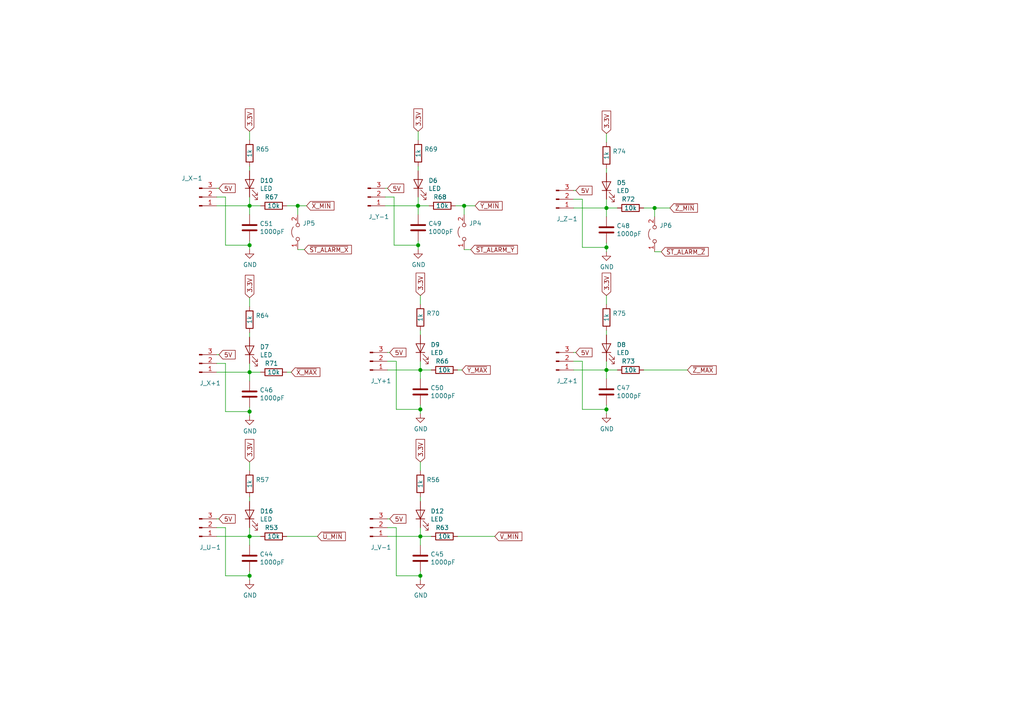
<source format=kicad_sch>
(kicad_sch (version 20210126) (generator eeschema)
  (paper "A4")
  (lib_symbols
    (symbol "Connector:Conn_01x03_Male" (pin_names hide)
      (property "Reference" "J" (at 0 5.08 0))
      (property "Value" "Conn_01x03_Male" (at 0 -5.08 0))
      (symbol "Conn_01x03_Male_1_1"
        (rectangle (start 0.8636 -2.413) (end 0 -2.667) (fill (type outline)))
        (rectangle (start 0.8636 0.127) (end 0 -0.127) (fill (type outline)))
        (rectangle (start 0.8636 2.667) (end 0 2.413) (fill (type outline)))
        (polyline (pts (xy 1.27 -2.54) (xy 0.8636 -2.54)))
        (polyline (pts (xy 1.27 0) (xy 0.8636 0)))
        (polyline (pts (xy 1.27 2.54) (xy 0.8636 2.54)))
        (pin passive line (at 5.08 2.54 180) (length 3.81) (name "Pin_1") (number "1"))
        (pin passive line (at 5.08 0 180) (length 3.81) (name "Pin_2") (number "2"))
        (pin passive line (at 5.08 -2.54 180) (length 3.81) (name "Pin_3") (number "3"))
      )
    )
    (symbol "Device:C" (pin_numbers hide) (pin_names (offset 0.254))
      (property "Reference" "C" (at 0.635 2.54 0))
      (property "Value" "C" (at 0.635 -2.54 0))
      (symbol "C_0_1"
        (polyline (pts (xy -2.032 -0.762) (xy 2.032 -0.762)) (stroke (width 0.508)))
        (polyline (pts (xy -2.032 0.762) (xy 2.032 0.762)) (stroke (width 0.508)))
      )
      (symbol "C_1_1"
        (pin passive line (at 0 3.81 270) (length 2.794) (name "~") (number "1"))
        (pin passive line (at 0 -3.81 90) (length 2.794) (name "~") (number "2"))
      )
    )
    (symbol "Device:LED" (pin_numbers hide) (pin_names hide)
      (property "Reference" "D" (at 0 2.54 0))
      (property "Value" "LED" (at 0 -2.54 0))
      (symbol "LED_0_1"
        (polyline (pts (xy -1.27 -1.27) (xy -1.27 1.27)) (stroke (width 0.2032)))
        (polyline (pts (xy -1.27 0) (xy 1.27 0)))
        (polyline (pts (xy 1.27 -1.27) (xy 1.27 1.27) (xy -1.27 0) (xy 1.27 -1.27)) (stroke (width 0.2032)))
        (polyline (pts (xy -3.048 -0.762) (xy -4.572 -2.286) (xy -3.81 -2.286) (xy -4.572 -2.286) (xy -4.572 -1.524)))
        (polyline (pts (xy -1.778 -0.762) (xy -3.302 -2.286) (xy -2.54 -2.286) (xy -3.302 -2.286) (xy -3.302 -1.524)))
      )
      (symbol "LED_1_1"
        (pin passive line (at -3.81 0 0) (length 2.54) (name "K") (number "1"))
        (pin passive line (at 3.81 0 180) (length 2.54) (name "A") (number "2"))
      )
    )
    (symbol "Device:R" (pin_numbers hide) (pin_names (offset 0))
      (property "Reference" "R" (at 2.032 0 90))
      (property "Value" "R" (at 0 0 90))
      (symbol "R_0_1"
        (rectangle (start -1.016 -2.54) (end 1.016 2.54) (stroke (width 0.254)))
      )
      (symbol "R_1_1"
        (pin passive line (at 0 3.81 270) (length 1.27) (name "~") (number "1"))
        (pin passive line (at 0 -3.81 90) (length 1.27) (name "~") (number "2"))
      )
    )
    (symbol "Jumper:Jumper_2_Open" (pin_names (offset 0) hide)
      (property "Reference" "JP" (at 0 2.794 0))
      (property "Value" "Jumper_2_Open" (at 0 -2.286 0))
      (symbol "Jumper_2_Open_0_0"
        (circle (center -2.032 0) (radius 0.508))
        (circle (center 2.032 0) (radius 0.508))
      )
      (symbol "Jumper_2_Open_0_1"
        (arc (start -1.524 1.27) (end 1.524 1.27) (radius (at 0 -0.762) (length 2.54) (angles 126.9 53.1)))
      )
      (symbol "Jumper_2_Open_1_1"
        (pin passive line (at -5.08 0 0) (length 2.54) (name "A") (number "1"))
        (pin passive line (at 5.08 0 180) (length 2.54) (name "B") (number "2"))
      )
    )
    (symbol "power:GND" (power) (pin_names (offset 0))
      (property "Value" "GND" (at 0 -3.81 0))
      (symbol "GND_0_1"
        (polyline (pts (xy 0 0) (xy 0 -1.27) (xy 1.27 -1.27) (xy 0 -2.54) (xy -1.27 -1.27) (xy 0 -1.27)))
      )
      (symbol "GND_1_1"
        (pin power_in line (at 0 0 270) (length 0) hide (name "GND") (number "1"))
      )
    )
  )
  (junction (at 72.39 59.69) (diameter 1.016))
  (junction (at 72.39 71.12) (diameter 1.016))
  (junction (at 72.39 107.95) (diameter 1.016))
  (junction (at 72.39 119.38) (diameter 1.016))
  (junction (at 72.39 155.575) (diameter 1.016))
  (junction (at 72.39 167.005) (diameter 1.016))
  (junction (at 86.36 59.69) (diameter 1.016))
  (junction (at 121.285 59.69) (diameter 1.016))
  (junction (at 121.285 71.12) (diameter 1.016))
  (junction (at 121.92 107.315) (diameter 1.016))
  (junction (at 121.92 118.745) (diameter 1.016))
  (junction (at 121.92 155.575) (diameter 1.016))
  (junction (at 121.92 167.005) (diameter 1.016))
  (junction (at 134.62 59.69) (diameter 1.016))
  (junction (at 175.895 60.325) (diameter 1.016))
  (junction (at 175.895 71.755) (diameter 1.016))
  (junction (at 175.895 107.315) (diameter 1.016))
  (junction (at 175.895 118.745) (diameter 1.016))
  (junction (at 189.865 60.325) (diameter 1.016))
  (wire (pts (xy 62.865 57.15) (xy 65.405 57.15)))
  (wire (pts (xy 62.865 59.69) (xy 72.39 59.69)))
  (wire (pts (xy 62.865 105.41) (xy 65.405 105.41)))
  (wire (pts (xy 62.865 107.95) (xy 72.39 107.95)))
  (wire (pts (xy 62.865 153.035) (xy 65.405 153.035)))
  (wire (pts (xy 62.865 155.575) (xy 72.39 155.575)))
  (wire (pts (xy 63.5 54.61) (xy 62.865 54.61)))
  (wire (pts (xy 63.5 102.87) (xy 62.865 102.87)))
  (wire (pts (xy 63.5 150.495) (xy 62.865 150.495)))
  (wire (pts (xy 65.405 57.15) (xy 65.405 71.12)))
  (wire (pts (xy 65.405 71.12) (xy 72.39 71.12)))
  (wire (pts (xy 65.405 105.41) (xy 65.405 119.38)))
  (wire (pts (xy 65.405 119.38) (xy 72.39 119.38)))
  (wire (pts (xy 65.405 153.035) (xy 65.405 167.005)))
  (wire (pts (xy 65.405 167.005) (xy 72.39 167.005)))
  (wire (pts (xy 72.39 40.64) (xy 72.39 38.1)))
  (wire (pts (xy 72.39 48.26) (xy 72.39 49.53)))
  (wire (pts (xy 72.39 57.15) (xy 72.39 59.69)))
  (wire (pts (xy 72.39 62.23) (xy 72.39 59.69)))
  (wire (pts (xy 72.39 71.12) (xy 72.39 69.85)))
  (wire (pts (xy 72.39 72.39) (xy 72.39 71.12)))
  (wire (pts (xy 72.39 88.9) (xy 72.39 86.36)))
  (wire (pts (xy 72.39 96.52) (xy 72.39 97.79)))
  (wire (pts (xy 72.39 105.41) (xy 72.39 107.95)))
  (wire (pts (xy 72.39 110.49) (xy 72.39 107.95)))
  (wire (pts (xy 72.39 119.38) (xy 72.39 118.11)))
  (wire (pts (xy 72.39 120.65) (xy 72.39 119.38)))
  (wire (pts (xy 72.39 136.525) (xy 72.39 133.985)))
  (wire (pts (xy 72.39 144.145) (xy 72.39 145.415)))
  (wire (pts (xy 72.39 153.035) (xy 72.39 155.575)))
  (wire (pts (xy 72.39 158.115) (xy 72.39 155.575)))
  (wire (pts (xy 72.39 167.005) (xy 72.39 165.735)))
  (wire (pts (xy 72.39 168.275) (xy 72.39 167.005)))
  (wire (pts (xy 75.565 59.69) (xy 72.39 59.69)))
  (wire (pts (xy 75.565 107.95) (xy 72.39 107.95)))
  (wire (pts (xy 75.565 155.575) (xy 72.39 155.575)))
  (wire (pts (xy 83.185 59.69) (xy 86.36 59.69)))
  (wire (pts (xy 83.185 107.95) (xy 84.455 107.95)))
  (wire (pts (xy 83.185 155.575) (xy 92.075 155.575)))
  (wire (pts (xy 86.36 59.69) (xy 88.9 59.69)))
  (wire (pts (xy 86.36 62.23) (xy 86.36 59.69)))
  (wire (pts (xy 88.265 72.39) (xy 86.36 72.39)))
  (wire (pts (xy 111.76 57.15) (xy 114.3 57.15)))
  (wire (pts (xy 111.76 59.69) (xy 121.285 59.69)))
  (wire (pts (xy 112.395 54.61) (xy 111.76 54.61)))
  (wire (pts (xy 112.395 104.775) (xy 114.935 104.775)))
  (wire (pts (xy 112.395 107.315) (xy 121.92 107.315)))
  (wire (pts (xy 112.395 153.035) (xy 114.935 153.035)))
  (wire (pts (xy 112.395 155.575) (xy 121.92 155.575)))
  (wire (pts (xy 113.03 102.235) (xy 112.395 102.235)))
  (wire (pts (xy 113.03 150.495) (xy 112.395 150.495)))
  (wire (pts (xy 114.3 57.15) (xy 114.3 71.12)))
  (wire (pts (xy 114.3 71.12) (xy 121.285 71.12)))
  (wire (pts (xy 114.935 104.775) (xy 114.935 118.745)))
  (wire (pts (xy 114.935 118.745) (xy 121.92 118.745)))
  (wire (pts (xy 114.935 153.035) (xy 114.935 167.005)))
  (wire (pts (xy 114.935 167.005) (xy 121.92 167.005)))
  (wire (pts (xy 121.285 40.64) (xy 121.285 38.1)))
  (wire (pts (xy 121.285 48.26) (xy 121.285 49.53)))
  (wire (pts (xy 121.285 57.15) (xy 121.285 59.69)))
  (wire (pts (xy 121.285 62.23) (xy 121.285 59.69)))
  (wire (pts (xy 121.285 71.12) (xy 121.285 69.85)))
  (wire (pts (xy 121.285 72.39) (xy 121.285 71.12)))
  (wire (pts (xy 121.92 88.265) (xy 121.92 85.725)))
  (wire (pts (xy 121.92 95.885) (xy 121.92 97.155)))
  (wire (pts (xy 121.92 104.775) (xy 121.92 107.315)))
  (wire (pts (xy 121.92 109.855) (xy 121.92 107.315)))
  (wire (pts (xy 121.92 118.745) (xy 121.92 117.475)))
  (wire (pts (xy 121.92 120.015) (xy 121.92 118.745)))
  (wire (pts (xy 121.92 136.525) (xy 121.92 133.985)))
  (wire (pts (xy 121.92 144.145) (xy 121.92 145.415)))
  (wire (pts (xy 121.92 153.035) (xy 121.92 155.575)))
  (wire (pts (xy 121.92 158.115) (xy 121.92 155.575)))
  (wire (pts (xy 121.92 167.005) (xy 121.92 165.735)))
  (wire (pts (xy 121.92 168.275) (xy 121.92 167.005)))
  (wire (pts (xy 124.46 59.69) (xy 121.285 59.69)))
  (wire (pts (xy 125.095 107.315) (xy 121.92 107.315)))
  (wire (pts (xy 125.095 155.575) (xy 121.92 155.575)))
  (wire (pts (xy 132.08 59.69) (xy 134.62 59.69)))
  (wire (pts (xy 132.715 107.315) (xy 133.985 107.315)))
  (wire (pts (xy 132.715 155.575) (xy 143.51 155.575)))
  (wire (pts (xy 134.62 59.69) (xy 137.795 59.69)))
  (wire (pts (xy 134.62 62.23) (xy 134.62 59.69)))
  (wire (pts (xy 136.525 72.39) (xy 134.62 72.39)))
  (wire (pts (xy 166.37 57.785) (xy 168.91 57.785)))
  (wire (pts (xy 166.37 60.325) (xy 175.895 60.325)))
  (wire (pts (xy 166.37 104.775) (xy 168.91 104.775)))
  (wire (pts (xy 166.37 107.315) (xy 175.895 107.315)))
  (wire (pts (xy 167.005 55.245) (xy 166.37 55.245)))
  (wire (pts (xy 167.005 102.235) (xy 166.37 102.235)))
  (wire (pts (xy 168.91 57.785) (xy 168.91 71.755)))
  (wire (pts (xy 168.91 71.755) (xy 175.895 71.755)))
  (wire (pts (xy 168.91 104.775) (xy 168.91 118.745)))
  (wire (pts (xy 168.91 118.745) (xy 175.895 118.745)))
  (wire (pts (xy 175.895 41.275) (xy 175.895 38.735)))
  (wire (pts (xy 175.895 48.895) (xy 175.895 50.165)))
  (wire (pts (xy 175.895 57.785) (xy 175.895 60.325)))
  (wire (pts (xy 175.895 62.865) (xy 175.895 60.325)))
  (wire (pts (xy 175.895 71.755) (xy 175.895 70.485)))
  (wire (pts (xy 175.895 73.025) (xy 175.895 71.755)))
  (wire (pts (xy 175.895 88.265) (xy 175.895 85.725)))
  (wire (pts (xy 175.895 95.885) (xy 175.895 97.155)))
  (wire (pts (xy 175.895 104.775) (xy 175.895 107.315)))
  (wire (pts (xy 175.895 109.855) (xy 175.895 107.315)))
  (wire (pts (xy 175.895 118.745) (xy 175.895 117.475)))
  (wire (pts (xy 175.895 120.015) (xy 175.895 118.745)))
  (wire (pts (xy 179.07 60.325) (xy 175.895 60.325)))
  (wire (pts (xy 179.07 107.315) (xy 175.895 107.315)))
  (wire (pts (xy 186.69 60.325) (xy 189.865 60.325)))
  (wire (pts (xy 186.69 107.315) (xy 199.39 107.315)))
  (wire (pts (xy 189.865 60.325) (xy 194.31 60.325)))
  (wire (pts (xy 189.865 62.865) (xy 189.865 60.325)))
  (wire (pts (xy 191.77 73.025) (xy 189.865 73.025)))
  (global_label "5V" (shape input) (at 63.5 54.61 0) (property "Intersheet References" "${INTERSHEET_REFS}" (effects hide)))
  (global_label "5V" (shape input) (at 63.5 102.87 0) (property "Intersheet References" "${INTERSHEET_REFS}" (effects hide)))
  (global_label "5V" (shape input) (at 63.5 150.495 0) (property "Intersheet References" "${INTERSHEET_REFS}" (effects hide)))
  (global_label "3.3V" (shape input) (at 72.39 38.1 90) (property "Intersheet References" "${INTERSHEET_REFS}" (effects hide)))
  (global_label "3.3V" (shape input) (at 72.39 86.36 90) (property "Intersheet References" "${INTERSHEET_REFS}" (effects hide)))
  (global_label "3.3V" (shape input) (at 72.39 133.985 90) (property "Intersheet References" "${INTERSHEET_REFS}" (effects hide)))
  (global_label "~X_MAX" (shape input) (at 84.455 107.95 0) (property "Intersheet References" "${INTERSHEET_REFS}" (effects hide)))
  (global_label "~ST_ALARM_X" (shape input) (at 88.265 72.39 0) (property "Intersheet References" "${INTERSHEET_REFS}" (effects hide)))
  (global_label "~X_MIN" (shape input) (at 88.9 59.69 0) (property "Intersheet References" "${INTERSHEET_REFS}" (effects hide)))
  (global_label "~U_MIN" (shape input) (at 92.075 155.575 0) (property "Intersheet References" "${INTERSHEET_REFS}" (effects hide)))
  (global_label "5V" (shape input) (at 112.395 54.61 0) (property "Intersheet References" "${INTERSHEET_REFS}" (effects hide)))
  (global_label "5V" (shape input) (at 113.03 102.235 0) (property "Intersheet References" "${INTERSHEET_REFS}" (effects hide)))
  (global_label "5V" (shape input) (at 113.03 150.495 0) (property "Intersheet References" "${INTERSHEET_REFS}" (effects hide)))
  (global_label "3.3V" (shape input) (at 121.285 38.1 90) (property "Intersheet References" "${INTERSHEET_REFS}" (effects hide)))
  (global_label "3.3V" (shape input) (at 121.92 85.725 90) (property "Intersheet References" "${INTERSHEET_REFS}" (effects hide)))
  (global_label "3.3V" (shape input) (at 121.92 133.985 90) (property "Intersheet References" "${INTERSHEET_REFS}" (effects hide)))
  (global_label "~Y_MAX" (shape input) (at 133.985 107.315 0) (property "Intersheet References" "${INTERSHEET_REFS}" (effects hide)))
  (global_label "~ST_ALARM_Y" (shape input) (at 136.525 72.39 0) (property "Intersheet References" "${INTERSHEET_REFS}" (effects hide)))
  (global_label "~Y_MIN" (shape input) (at 137.795 59.69 0) (property "Intersheet References" "${INTERSHEET_REFS}" (effects hide)))
  (global_label "~V_MIN" (shape input) (at 143.51 155.575 0) (property "Intersheet References" "${INTERSHEET_REFS}" (effects hide)))
  (global_label "5V" (shape input) (at 167.005 55.245 0) (property "Intersheet References" "${INTERSHEET_REFS}" (effects hide)))
  (global_label "5V" (shape input) (at 167.005 102.235 0) (property "Intersheet References" "${INTERSHEET_REFS}" (effects hide)))
  (global_label "3.3V" (shape input) (at 175.895 38.735 90) (property "Intersheet References" "${INTERSHEET_REFS}" (effects hide)))
  (global_label "3.3V" (shape input) (at 175.895 85.725 90) (property "Intersheet References" "${INTERSHEET_REFS}" (effects hide)))
  (global_label "~ST_ALARM_Z" (shape input) (at 191.77 73.025 0) (property "Intersheet References" "${INTERSHEET_REFS}" (effects hide)))
  (global_label "~Z_MIN" (shape input) (at 194.31 60.325 0) (property "Intersheet References" "${INTERSHEET_REFS}" (effects hide)))
  (global_label "~Z_MAX" (shape input) (at 199.39 107.315 0) (property "Intersheet References" "${INTERSHEET_REFS}" (effects hide)))
  (symbol (lib_id "power:GND") (at 72.39 72.39 0) (unit 1)
    (property "Reference" "#PWR031" (effects hide))
    (property "Value" "GND" (at 72.517 76.7842 0))
  )
  (symbol (lib_id "power:GND") (at 72.39 120.65 0) (unit 1)
    (property "Reference" "#PWR063" (effects hide))
    (property "Value" "GND" (at 72.517 125.0442 0))
  )
  (symbol (lib_id "power:GND") (at 72.39 168.275 0) (unit 1)
    (property "Reference" "#PWR064" (effects hide))
    (property "Value" "GND" (at 72.517 172.6692 0))
  )
  (symbol (lib_id "power:GND") (at 121.285 72.39 0) (unit 1)
    (property "Reference" "#PWR032" (effects hide))
    (property "Value" "GND" (at 121.412 76.7842 0))
  )
  (symbol (lib_id "power:GND") (at 121.92 120.015 0) (unit 1)
    (property "Reference" "#PWR034" (effects hide))
    (property "Value" "GND" (at 122.047 124.4092 0))
  )
  (symbol (lib_id "power:GND") (at 121.92 168.275 0) (unit 1)
    (property "Reference" "#PWR065" (effects hide))
    (property "Value" "GND" (at 122.047 172.6692 0))
  )
  (symbol (lib_id "power:GND") (at 175.895 73.025 0) (unit 1)
    (property "Reference" "#PWR033" (effects hide))
    (property "Value" "GND" (at 176.022 77.4192 0))
  )
  (symbol (lib_id "power:GND") (at 175.895 120.015 0) (unit 1)
    (property "Reference" "#PWR035" (effects hide))
    (property "Value" "GND" (at 176.022 124.4092 0))
  )
  (symbol (lib_id "Device:R") (at 72.39 44.45 0) (unit 1)
    (property "Reference" "R65" (at 74.168 43.2816 0) (effects (justify left)))
    (property "Value" "1k" (at 72.39 45.72 90) (effects (justify left)))
    (property "Footprint" "Resistor_SMD:R_0402_1005Metric" (effects hide))
    (property "Part #" "0402WGF1001TCE" (effects hide))
    (property "LCSC Part#" "C11702" (effects hide))
  )
  (symbol (lib_id "Device:R") (at 72.39 92.71 0) (unit 1)
    (property "Reference" "R64" (at 74.168 91.5416 0) (effects (justify left)))
    (property "Value" "1k" (at 72.39 93.98 90) (effects (justify left)))
    (property "Footprint" "Resistor_SMD:R_0402_1005Metric" (effects hide))
    (property "Part #" "0402WGF1001TCE" (effects hide))
    (property "LCSC Part#" "C11702" (effects hide))
  )
  (symbol (lib_id "Device:R") (at 72.39 140.335 0) (unit 1)
    (property "Reference" "R57" (at 74.168 139.1666 0) (effects (justify left)))
    (property "Value" "1k" (at 72.39 141.605 90) (effects (justify left)))
    (property "Footprint" "Resistor_SMD:R_0402_1005Metric" (effects hide))
    (property "Part #" "0402WGF1001TCE" (effects hide))
    (property "LCSC Part#" "C11702" (effects hide))
  )
  (symbol (lib_id "Device:R") (at 79.375 59.69 270) (unit 1)
    (property "Reference" "R67" (at 78.74 57.15 90))
    (property "Value" "10k" (at 79.375 59.69 90))
    (property "Footprint" "Resistor_SMD:R_0402_1005Metric" (effects hide))
    (property "Part #" "0402WGF1002TCE" (effects hide))
    (property "LCSC Part#" "C25744" (effects hide))
  )
  (symbol (lib_id "Device:R") (at 79.375 107.95 270) (unit 1)
    (property "Reference" "R71" (at 78.74 105.41 90))
    (property "Value" "10k" (at 79.375 107.95 90))
    (property "Footprint" "Resistor_SMD:R_0402_1005Metric" (effects hide))
    (property "Part #" "0402WGF1002TCE" (effects hide))
    (property "LCSC Part#" "C25744" (effects hide))
  )
  (symbol (lib_id "Device:R") (at 79.375 155.575 270) (unit 1)
    (property "Reference" "R53" (at 78.74 153.035 90))
    (property "Value" "10k" (at 79.375 155.575 90))
    (property "Footprint" "Resistor_SMD:R_0402_1005Metric" (effects hide))
    (property "Part #" "0402WGF1002TCE" (effects hide))
    (property "LCSC Part#" "C25744" (effects hide))
  )
  (symbol (lib_id "Device:R") (at 121.285 44.45 0) (unit 1)
    (property "Reference" "R69" (at 123.063 43.2816 0) (effects (justify left)))
    (property "Value" "1k" (at 121.285 45.72 90) (effects (justify left)))
    (property "Footprint" "Resistor_SMD:R_0402_1005Metric" (effects hide))
    (property "Part #" "0402WGF1001TCE" (effects hide))
    (property "LCSC Part#" "C11702" (effects hide))
  )
  (symbol (lib_id "Device:R") (at 121.92 92.075 0) (unit 1)
    (property "Reference" "R70" (at 123.698 90.9066 0) (effects (justify left)))
    (property "Value" "1k" (at 121.92 93.345 90) (effects (justify left)))
    (property "Footprint" "Resistor_SMD:R_0402_1005Metric" (effects hide))
    (property "Part #" "0402WGF1001TCE" (effects hide))
    (property "LCSC Part#" "C11702" (effects hide))
  )
  (symbol (lib_id "Device:R") (at 121.92 140.335 0) (unit 1)
    (property "Reference" "R56" (at 123.698 139.1666 0) (effects (justify left)))
    (property "Value" "1k" (at 121.92 141.605 90) (effects (justify left)))
    (property "Footprint" "Resistor_SMD:R_0402_1005Metric" (effects hide))
    (property "Part #" "0402WGF1001TCE" (effects hide))
    (property "LCSC Part#" "C11702" (effects hide))
  )
  (symbol (lib_id "Device:R") (at 128.27 59.69 270) (unit 1)
    (property "Reference" "R68" (at 127.635 57.15 90))
    (property "Value" "10k" (at 128.27 59.69 90))
    (property "Footprint" "Resistor_SMD:R_0402_1005Metric" (effects hide))
    (property "Part #" "0402WGF1002TCE" (effects hide))
    (property "LCSC Part#" "C25744" (effects hide))
  )
  (symbol (lib_id "Device:R") (at 128.905 107.315 270) (unit 1)
    (property "Reference" "R66" (at 128.27 104.775 90))
    (property "Value" "10k" (at 128.905 107.315 90))
    (property "Footprint" "Resistor_SMD:R_0402_1005Metric" (effects hide))
    (property "Part #" "0402WGF1002TCE" (effects hide))
    (property "LCSC Part#" "C25744" (effects hide))
  )
  (symbol (lib_id "Device:R") (at 128.905 155.575 270) (unit 1)
    (property "Reference" "R63" (at 128.27 153.035 90))
    (property "Value" "10k" (at 128.905 155.575 90))
    (property "Footprint" "Resistor_SMD:R_0402_1005Metric" (effects hide))
    (property "Part #" "0402WGF1002TCE" (effects hide))
    (property "LCSC Part#" "C25744" (effects hide))
  )
  (symbol (lib_id "Device:R") (at 175.895 45.085 0) (unit 1)
    (property "Reference" "R74" (at 177.673 43.9166 0) (effects (justify left)))
    (property "Value" "1k" (at 175.895 46.355 90) (effects (justify left)))
    (property "Footprint" "Resistor_SMD:R_0402_1005Metric" (effects hide))
    (property "Part #" "0402WGF1001TCE" (effects hide))
    (property "LCSC Part#" "C11702" (effects hide))
  )
  (symbol (lib_id "Device:R") (at 175.895 92.075 0) (unit 1)
    (property "Reference" "R75" (at 177.673 90.9066 0) (effects (justify left)))
    (property "Value" "1k" (at 175.895 93.345 90) (effects (justify left)))
    (property "Footprint" "Resistor_SMD:R_0402_1005Metric" (effects hide))
    (property "Part #" "0402WGF1001TCE" (effects hide))
    (property "LCSC Part#" "C11702" (effects hide))
  )
  (symbol (lib_id "Device:R") (at 182.88 60.325 270) (unit 1)
    (property "Reference" "R72" (at 182.245 57.785 90))
    (property "Value" "10k" (at 182.88 60.325 90))
    (property "Footprint" "Resistor_SMD:R_0402_1005Metric" (effects hide))
    (property "Part #" "0402WGF1002TCE" (effects hide))
    (property "LCSC Part#" "C25744" (effects hide))
  )
  (symbol (lib_id "Device:R") (at 182.88 107.315 270) (unit 1)
    (property "Reference" "R73" (at 182.245 104.775 90))
    (property "Value" "10k" (at 182.88 107.315 90))
    (property "Footprint" "Resistor_SMD:R_0402_1005Metric" (effects hide))
    (property "Part #" "0402WGF1002TCE" (effects hide))
    (property "LCSC Part#" "C25744" (effects hide))
  )
  (symbol (lib_id "Device:LED") (at 72.39 53.34 90) (unit 1)
    (property "Reference" "D10" (at 75.3618 52.3748 90) (effects (justify right)))
    (property "Value" "LED" (at 75.3618 54.6862 90) (effects (justify right)))
    (property "Footprint" "PrntrBoardV2:LED_0603_1608Metric" (effects hide))
    (property "Part #" "KT-0603R" (effects hide))
    (property "LCSC Part#" "C2286" (effects hide))
  )
  (symbol (lib_id "Device:LED") (at 72.39 101.6 90) (unit 1)
    (property "Reference" "D7" (at 75.3618 100.6348 90) (effects (justify right)))
    (property "Value" "LED" (at 75.3618 102.9462 90) (effects (justify right)))
    (property "Footprint" "PrntrBoardV2:LED_0603_1608Metric" (effects hide))
    (property "Part #" "KT-0603R" (effects hide))
    (property "LCSC Part#" "C2286" (effects hide))
  )
  (symbol (lib_id "Device:LED") (at 72.39 149.225 90) (unit 1)
    (property "Reference" "D16" (at 75.3618 148.2598 90) (effects (justify right)))
    (property "Value" "LED" (at 75.3618 150.5712 90) (effects (justify right)))
    (property "Footprint" "PrntrBoardV2:LED_0603_1608Metric" (effects hide))
    (property "Part #" "KT-0603R" (effects hide))
    (property "LCSC Part#" "C2286" (effects hide))
  )
  (symbol (lib_id "Device:LED") (at 121.285 53.34 90) (unit 1)
    (property "Reference" "D6" (at 124.2568 52.3748 90) (effects (justify right)))
    (property "Value" "LED" (at 124.2568 54.6862 90) (effects (justify right)))
    (property "Footprint" "PrntrBoardV2:LED_0603_1608Metric" (effects hide))
    (property "Part #" "KT-0603R" (effects hide))
    (property "LCSC Part#" "C2286" (effects hide))
  )
  (symbol (lib_id "Device:LED") (at 121.92 100.965 90) (unit 1)
    (property "Reference" "D9" (at 124.8918 99.9998 90) (effects (justify right)))
    (property "Value" "LED" (at 124.8918 102.3112 90) (effects (justify right)))
    (property "Footprint" "PrntrBoardV2:LED_0603_1608Metric" (effects hide))
    (property "Part #" "KT-0603R" (effects hide))
    (property "LCSC Part#" "C2286" (effects hide))
  )
  (symbol (lib_id "Device:LED") (at 121.92 149.225 90) (unit 1)
    (property "Reference" "D12" (at 124.8918 148.2598 90) (effects (justify right)))
    (property "Value" "LED" (at 124.8918 150.5712 90) (effects (justify right)))
    (property "Footprint" "PrntrBoardV2:LED_0603_1608Metric" (effects hide))
    (property "Part #" "KT-0603R" (effects hide))
    (property "LCSC Part#" "C2286" (effects hide))
  )
  (symbol (lib_id "Device:LED") (at 175.895 53.975 90) (unit 1)
    (property "Reference" "D5" (at 178.8668 53.0098 90) (effects (justify right)))
    (property "Value" "LED" (at 178.8668 55.3212 90) (effects (justify right)))
    (property "Footprint" "PrntrBoardV2:LED_0603_1608Metric" (effects hide))
    (property "Part #" "KT-0603R" (effects hide))
    (property "LCSC Part#" "C2286" (effects hide))
  )
  (symbol (lib_id "Device:LED") (at 175.895 100.965 90) (unit 1)
    (property "Reference" "D8" (at 178.8668 99.9998 90) (effects (justify right)))
    (property "Value" "LED" (at 178.8668 102.3112 90) (effects (justify right)))
    (property "Footprint" "PrntrBoardV2:LED_0603_1608Metric" (effects hide))
    (property "Part #" "KT-0603R" (effects hide))
    (property "LCSC Part#" "C2286" (effects hide))
  )
  (symbol (lib_id "Jumper:Jumper_2_Open") (at 86.36 67.31 90) (unit 1)
    (property "Reference" "JP5" (at 91.44 64.77 90) (effects (justify left)))
    (property "Value" "XLIMIT" (effects hide))
    (property "Footprint" "Connector_PinHeader_2.54mm:PinHeader_1x02_P2.54mm_Vertical" (effects hide))
    (property "THT" "T" (effects hide))
    (property "TME Part#" "A" (effects hide))
  )
  (symbol (lib_id "Jumper:Jumper_2_Open") (at 134.62 67.31 90) (unit 1)
    (property "Reference" "JP4" (at 139.7 64.77 90) (effects (justify left)))
    (property "Value" "YLIMIT" (effects hide))
    (property "Footprint" "Connector_PinHeader_2.54mm:PinHeader_1x02_P2.54mm_Vertical" (effects hide))
    (property "THT" "T" (effects hide))
    (property "TME Part#" "A" (effects hide))
  )
  (symbol (lib_id "Jumper:Jumper_2_Open") (at 189.865 67.945 90) (unit 1)
    (property "Reference" "JP6" (at 194.945 65.405 90) (effects (justify left)))
    (property "Value" "ZLIMIT" (effects hide))
    (property "Footprint" "Connector_PinHeader_2.54mm:PinHeader_1x02_P2.54mm_Vertical" (effects hide))
    (property "THT" "T" (effects hide))
    (property "TME Part#" "A" (effects hide))
  )
  (symbol (lib_id "Connector:Conn_01x03_Male") (at 57.785 57.15 0) (mirror x) (unit 1)
    (property "Reference" "J_X-1" (at 55.6768 51.7144 0))
    (property "Value" "JST XH 3p" (effects hide))
    (property "Footprint" "Connector_JST:JST_XH_B3B-XH-A_1x03_P2.50mm_Vertical" (effects hide))
    (property "THT" "T" (effects hide))
    (property "TME Part#" "A" (effects hide))
  )
  (symbol (lib_id "Connector:Conn_01x03_Male") (at 57.785 105.41 0) (mirror x) (unit 1)
    (property "Reference" "J_X+1" (at 60.96 111.125 0))
    (property "Value" "JST XH 3p" (effects hide))
    (property "Footprint" "Connector_JST:JST_XH_B3B-XH-A_1x03_P2.50mm_Vertical" (effects hide))
    (property "THT" "T" (effects hide))
    (property "TME Part#" "A" (effects hide))
  )
  (symbol (lib_id "Connector:Conn_01x03_Male") (at 57.785 153.035 0) (mirror x) (unit 1)
    (property "Reference" "J_U-1" (at 60.96 158.75 0))
    (property "Value" "JST XH 3p" (effects hide))
    (property "Footprint" "Connector_JST:JST_XH_B3B-XH-A_1x03_P2.50mm_Vertical" (effects hide))
    (property "THT" "T" (effects hide))
    (property "TME Part#" "A" (effects hide))
  )
  (symbol (lib_id "Connector:Conn_01x03_Male") (at 106.68 57.15 0) (mirror x) (unit 1)
    (property "Reference" "J_Y-1" (at 109.855 62.865 0))
    (property "Value" "JST XH 3p" (effects hide))
    (property "Footprint" "Connector_JST:JST_XH_B3B-XH-A_1x03_P2.50mm_Vertical" (effects hide))
    (property "THT" "T" (effects hide))
    (property "TME Part#" "A" (effects hide))
  )
  (symbol (lib_id "Connector:Conn_01x03_Male") (at 107.315 104.775 0) (mirror x) (unit 1)
    (property "Reference" "J_Y+1" (at 110.49 110.49 0))
    (property "Value" "JST XH 3p" (effects hide))
    (property "Footprint" "Connector_JST:JST_XH_B3B-XH-A_1x03_P2.50mm_Vertical" (effects hide))
    (property "THT" "T" (effects hide))
    (property "TME Part#" "A" (effects hide))
  )
  (symbol (lib_id "Connector:Conn_01x03_Male") (at 107.315 153.035 0) (mirror x) (unit 1)
    (property "Reference" "J_V-1" (at 110.49 158.75 0))
    (property "Value" "JST XH 3p" (effects hide))
    (property "Footprint" "Connector_JST:JST_XH_B3B-XH-A_1x03_P2.50mm_Vertical" (effects hide))
    (property "THT" "T" (effects hide))
    (property "TME Part#" "A" (effects hide))
  )
  (symbol (lib_id "Connector:Conn_01x03_Male") (at 161.29 57.785 0) (mirror x) (unit 1)
    (property "Reference" "J_Z-1" (at 164.465 63.5 0))
    (property "Value" "JST XH 3p" (effects hide))
    (property "Footprint" "Connector_JST:JST_XH_B3B-XH-A_1x03_P2.50mm_Vertical" (effects hide))
    (property "THT" "T" (effects hide))
    (property "TME Part#" "A" (effects hide))
  )
  (symbol (lib_id "Connector:Conn_01x03_Male") (at 161.29 104.775 0) (mirror x) (unit 1)
    (property "Reference" "J_Z+1" (at 164.465 110.49 0))
    (property "Value" "JST XH 3p" (effects hide))
    (property "Footprint" "Connector_JST:JST_XH_B3B-XH-A_1x03_P2.50mm_Vertical" (effects hide))
    (property "THT" "T" (effects hide))
    (property "TME Part#" "A" (effects hide))
  )
  (symbol (lib_id "Device:C") (at 72.39 66.04 0) (unit 1)
    (property "Reference" "C51" (at 75.311 64.8716 0) (effects (justify left)))
    (property "Value" "1000pF" (at 75.311 67.183 0) (effects (justify left)))
    (property "Footprint" "Capacitor_SMD:C_0402_1005Metric" (effects hide))
    (property "Part #" "0402B102K500NT" (effects hide))
    (property "LCSC Part#" "C1523" (effects hide))
  )
  (symbol (lib_id "Device:C") (at 72.39 114.3 0) (unit 1)
    (property "Reference" "C46" (at 75.311 113.1316 0) (effects (justify left)))
    (property "Value" "1000pF" (at 75.311 115.443 0) (effects (justify left)))
    (property "Footprint" "Capacitor_SMD:C_0402_1005Metric" (effects hide))
    (property "Part #" "0402B102K500NT" (effects hide))
    (property "LCSC Part#" "C1523" (effects hide))
  )
  (symbol (lib_id "Device:C") (at 72.39 161.925 0) (unit 1)
    (property "Reference" "C44" (at 75.311 160.7566 0) (effects (justify left)))
    (property "Value" "1000pF" (at 75.311 163.068 0) (effects (justify left)))
    (property "Footprint" "Capacitor_SMD:C_0402_1005Metric" (effects hide))
    (property "Part #" "0402B102K500NT" (effects hide))
    (property "LCSC Part#" "C1523" (effects hide))
  )
  (symbol (lib_id "Device:C") (at 121.285 66.04 0) (unit 1)
    (property "Reference" "C49" (at 124.206 64.8716 0) (effects (justify left)))
    (property "Value" "1000pF" (at 124.206 67.183 0) (effects (justify left)))
    (property "Footprint" "Capacitor_SMD:C_0402_1005Metric" (effects hide))
    (property "Part #" "0402B102K500NT" (effects hide))
    (property "LCSC Part#" "C1523" (effects hide))
  )
  (symbol (lib_id "Device:C") (at 121.92 113.665 0) (unit 1)
    (property "Reference" "C50" (at 124.841 112.4966 0) (effects (justify left)))
    (property "Value" "1000pF" (at 124.841 114.808 0) (effects (justify left)))
    (property "Footprint" "Capacitor_SMD:C_0402_1005Metric" (effects hide))
    (property "Part #" "0402B102K500NT" (effects hide))
    (property "LCSC Part#" "C1523" (effects hide))
  )
  (symbol (lib_id "Device:C") (at 121.92 161.925 0) (unit 1)
    (property "Reference" "C45" (at 124.841 160.7566 0) (effects (justify left)))
    (property "Value" "1000pF" (at 124.841 163.068 0) (effects (justify left)))
    (property "Footprint" "Capacitor_SMD:C_0402_1005Metric" (effects hide))
    (property "Part #" "0402B102K500NT" (effects hide))
    (property "LCSC Part#" "C1523" (effects hide))
  )
  (symbol (lib_id "Device:C") (at 175.895 66.675 0) (unit 1)
    (property "Reference" "C48" (at 178.816 65.5066 0) (effects (justify left)))
    (property "Value" "1000pF" (at 178.816 67.818 0) (effects (justify left)))
    (property "Footprint" "Capacitor_SMD:C_0402_1005Metric" (effects hide))
    (property "Part #" "0402B102K500NT" (effects hide))
    (property "LCSC Part#" "C1523" (effects hide))
  )
  (symbol (lib_id "Device:C") (at 175.895 113.665 0) (unit 1)
    (property "Reference" "C47" (at 178.816 112.4966 0) (effects (justify left)))
    (property "Value" "1000pF" (at 178.816 114.808 0) (effects (justify left)))
    (property "Footprint" "Capacitor_SMD:C_0402_1005Metric" (effects hide))
    (property "Part #" "0402B102K500NT" (effects hide))
    (property "LCSC Part#" "C1523" (effects hide))
  )
)
</source>
